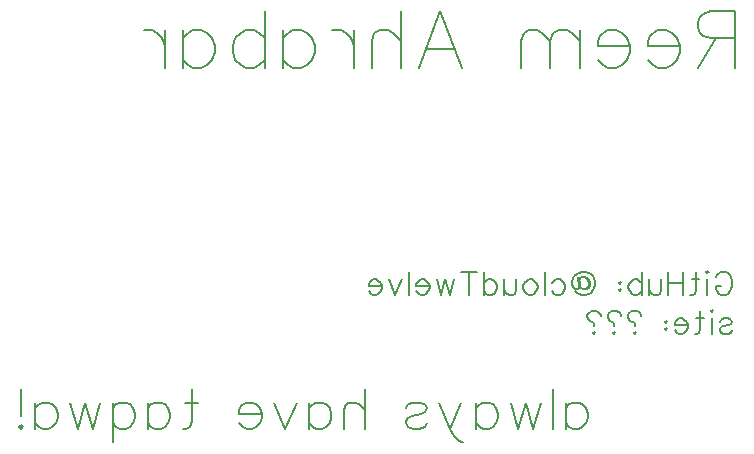
<source format=gbo>
G04 Layer: BottomSilkscreenLayer*
G04 EasyEDA v6.5.50, 2025-06-19 10:13:18*
G04 a84239dc67104c4f9253a13bb71c2901,cfac02f6325b4f3d8a51e7031594ce25,10*
G04 Gerber Generator version 0.2*
G04 Scale: 100 percent, Rotated: No, Reflected: No *
G04 Dimensions in millimeters *
G04 leading zeros omitted , absolute positions ,4 integer and 5 decimal *
%FSLAX45Y45*%
%MOMM*%

%ADD10C,0.2032*%
%ADD11C,0.0169*%

%LPD*%
D10*
X8674100Y4225645D02*
G01*
X8674100Y3748371D01*
X8674100Y4225645D02*
G01*
X8469553Y4225645D01*
X8401372Y4202917D01*
X8378647Y4180189D01*
X8355919Y4134736D01*
X8355919Y4089280D01*
X8378647Y4043827D01*
X8401372Y4021099D01*
X8469553Y3998371D01*
X8674100Y3998371D01*
X8515009Y3998371D02*
G01*
X8355919Y3748371D01*
X8205919Y3930190D02*
G01*
X7933192Y3930190D01*
X7933192Y3975646D01*
X7955920Y4021099D01*
X7978647Y4043827D01*
X8024101Y4066552D01*
X8092282Y4066552D01*
X8137738Y4043827D01*
X8183191Y3998371D01*
X8205919Y3930190D01*
X8205919Y3884736D01*
X8183191Y3816553D01*
X8137738Y3771099D01*
X8092282Y3748371D01*
X8024101Y3748371D01*
X7978647Y3771099D01*
X7933192Y3816553D01*
X7783192Y3930190D02*
G01*
X7510465Y3930190D01*
X7510465Y3975646D01*
X7533192Y4021099D01*
X7555920Y4043827D01*
X7601374Y4066552D01*
X7669555Y4066552D01*
X7715011Y4043827D01*
X7760464Y3998371D01*
X7783192Y3930190D01*
X7783192Y3884736D01*
X7760464Y3816553D01*
X7715011Y3771099D01*
X7669555Y3748371D01*
X7601374Y3748371D01*
X7555920Y3771099D01*
X7510465Y3816553D01*
X7360465Y4066552D02*
G01*
X7360465Y3748371D01*
X7360465Y3975646D02*
G01*
X7292284Y4043827D01*
X7246830Y4066552D01*
X7178649Y4066552D01*
X7133193Y4043827D01*
X7110465Y3975646D01*
X7110465Y3748371D01*
X7110465Y3975646D02*
G01*
X7042284Y4043827D01*
X6996831Y4066552D01*
X6928650Y4066552D01*
X6883194Y4043827D01*
X6860466Y3975646D01*
X6860466Y3748371D01*
X6178651Y4225645D02*
G01*
X6360467Y3748371D01*
X6178651Y4225645D02*
G01*
X5996833Y3748371D01*
X6292286Y3907462D02*
G01*
X6065014Y3907462D01*
X5846833Y4225645D02*
G01*
X5846833Y3748371D01*
X5846833Y3975646D02*
G01*
X5778652Y4043827D01*
X5733196Y4066552D01*
X5665015Y4066552D01*
X5619559Y4043827D01*
X5596834Y3975646D01*
X5596834Y3748371D01*
X5446834Y4066552D02*
G01*
X5446834Y3748371D01*
X5446834Y3930190D02*
G01*
X5424106Y3998371D01*
X5378653Y4043827D01*
X5333197Y4066552D01*
X5265016Y4066552D01*
X4842289Y4066552D02*
G01*
X4842289Y3748371D01*
X4842289Y3998371D02*
G01*
X4887744Y4043827D01*
X4933198Y4066552D01*
X5001379Y4066552D01*
X5046835Y4043827D01*
X5092288Y3998371D01*
X5115016Y3930190D01*
X5115016Y3884736D01*
X5092288Y3816553D01*
X5046835Y3771099D01*
X5001379Y3748371D01*
X4933198Y3748371D01*
X4887744Y3771099D01*
X4842289Y3816553D01*
X4692289Y4225645D02*
G01*
X4692289Y3748371D01*
X4692289Y3998371D02*
G01*
X4646836Y4043827D01*
X4601380Y4066552D01*
X4533198Y4066552D01*
X4487745Y4043827D01*
X4442289Y3998371D01*
X4419561Y3930190D01*
X4419561Y3884736D01*
X4442289Y3816553D01*
X4487745Y3771099D01*
X4533198Y3748371D01*
X4601380Y3748371D01*
X4646836Y3771099D01*
X4692289Y3816553D01*
X3996837Y4066552D02*
G01*
X3996837Y3748371D01*
X3996837Y3998371D02*
G01*
X4042290Y4043827D01*
X4087746Y4066552D01*
X4155927Y4066552D01*
X4201380Y4043827D01*
X4246836Y3998371D01*
X4269562Y3930190D01*
X4269562Y3884736D01*
X4246836Y3816553D01*
X4201380Y3771099D01*
X4155927Y3748371D01*
X4087746Y3748371D01*
X4042290Y3771099D01*
X3996837Y3816553D01*
X3846837Y4066552D02*
G01*
X3846837Y3748371D01*
X3846837Y3930190D02*
G01*
X3824109Y3998371D01*
X3778656Y4043827D01*
X3733200Y4066552D01*
X3665019Y4066552D01*
X8510155Y1974964D02*
G01*
X8519391Y1993437D01*
X8537864Y2011911D01*
X8556335Y2021146D01*
X8593282Y2021146D01*
X8611755Y2011911D01*
X8630226Y1993437D01*
X8639464Y1974964D01*
X8648700Y1947255D01*
X8648700Y1901075D01*
X8639464Y1873364D01*
X8630226Y1854893D01*
X8611755Y1836420D01*
X8593282Y1827184D01*
X8556335Y1827184D01*
X8537864Y1836420D01*
X8519391Y1854893D01*
X8510155Y1873364D01*
X8510155Y1901075D01*
X8556335Y1901075D02*
G01*
X8510155Y1901075D01*
X8449195Y2021146D02*
G01*
X8439957Y2011911D01*
X8430722Y2021146D01*
X8439957Y2030384D01*
X8449195Y2021146D01*
X8439957Y1956493D02*
G01*
X8439957Y1827184D01*
X8342053Y2021146D02*
G01*
X8342053Y1864128D01*
X8332815Y1836420D01*
X8314344Y1827184D01*
X8295871Y1827184D01*
X8369762Y1956493D02*
G01*
X8305106Y1956493D01*
X8234911Y2021146D02*
G01*
X8234911Y1827184D01*
X8105602Y2021146D02*
G01*
X8105602Y1827184D01*
X8234911Y1928784D02*
G01*
X8105602Y1928784D01*
X8044642Y1956493D02*
G01*
X8044642Y1864128D01*
X8035404Y1836420D01*
X8016933Y1827184D01*
X7989224Y1827184D01*
X7970751Y1836420D01*
X7943042Y1864128D01*
X7943042Y1956493D02*
G01*
X7943042Y1827184D01*
X7882082Y2021146D02*
G01*
X7882082Y1827184D01*
X7882082Y1928784D02*
G01*
X7863608Y1947255D01*
X7845135Y1956493D01*
X7817426Y1956493D01*
X7798955Y1947255D01*
X7780482Y1928784D01*
X7771244Y1901075D01*
X7771244Y1882602D01*
X7780482Y1854893D01*
X7798955Y1836420D01*
X7817426Y1827184D01*
X7845135Y1827184D01*
X7863608Y1836420D01*
X7882082Y1854893D01*
X7701048Y1938020D02*
G01*
X7710284Y1928784D01*
X7701048Y1919546D01*
X7691813Y1928784D01*
X7701048Y1938020D01*
X7701048Y1873364D02*
G01*
X7710284Y1864128D01*
X7701048Y1854893D01*
X7691813Y1864128D01*
X7701048Y1873364D01*
X7350066Y1947255D02*
G01*
X7359304Y1965728D01*
X7377775Y1974964D01*
X7405484Y1974964D01*
X7423957Y1965728D01*
X7433195Y1956493D01*
X7442431Y1928784D01*
X7442431Y1901075D01*
X7433195Y1882602D01*
X7414722Y1873364D01*
X7387013Y1873364D01*
X7368540Y1882602D01*
X7359304Y1901075D01*
X7405484Y1974964D02*
G01*
X7423957Y1956493D01*
X7433195Y1928784D01*
X7433195Y1901075D01*
X7423957Y1882602D01*
X7414722Y1873364D01*
X7350066Y1974964D02*
G01*
X7359304Y1901075D01*
X7359304Y1882602D01*
X7340831Y1873364D01*
X7322357Y1873364D01*
X7303884Y1891837D01*
X7294648Y1919546D01*
X7294648Y1938020D01*
X7303884Y1965728D01*
X7313122Y1984202D01*
X7331595Y2002675D01*
X7350066Y2011911D01*
X7377775Y2021146D01*
X7405484Y2021146D01*
X7433195Y2011911D01*
X7451666Y2002675D01*
X7470140Y1984202D01*
X7479375Y1965728D01*
X7488613Y1938020D01*
X7488613Y1910311D01*
X7479375Y1882602D01*
X7470140Y1864128D01*
X7451666Y1845655D01*
X7433195Y1836420D01*
X7405484Y1827184D01*
X7377775Y1827184D01*
X7350066Y1836420D01*
X7331595Y1845655D01*
X7322357Y1854893D01*
X7340831Y1974964D02*
G01*
X7350066Y1901075D01*
X7350066Y1882602D01*
X7340831Y1873364D01*
X7122853Y1928784D02*
G01*
X7141324Y1947255D01*
X7159797Y1956493D01*
X7187506Y1956493D01*
X7205979Y1947255D01*
X7224453Y1928784D01*
X7233688Y1901075D01*
X7233688Y1882602D01*
X7224453Y1854893D01*
X7205979Y1836420D01*
X7187506Y1827184D01*
X7159797Y1827184D01*
X7141324Y1836420D01*
X7122853Y1854893D01*
X7061893Y2021146D02*
G01*
X7061893Y1827184D01*
X6954751Y1956493D02*
G01*
X6973224Y1947255D01*
X6991695Y1928784D01*
X7000933Y1901075D01*
X7000933Y1882602D01*
X6991695Y1854893D01*
X6973224Y1836420D01*
X6954751Y1827184D01*
X6927042Y1827184D01*
X6908568Y1836420D01*
X6890095Y1854893D01*
X6880859Y1882602D01*
X6880859Y1901075D01*
X6890095Y1928784D01*
X6908568Y1947255D01*
X6927042Y1956493D01*
X6954751Y1956493D01*
X6819900Y1956493D02*
G01*
X6819900Y1864128D01*
X6810664Y1836420D01*
X6792191Y1827184D01*
X6764482Y1827184D01*
X6746008Y1836420D01*
X6718300Y1864128D01*
X6718300Y1956493D02*
G01*
X6718300Y1827184D01*
X6546504Y2021146D02*
G01*
X6546504Y1827184D01*
X6546504Y1928784D02*
G01*
X6564975Y1947255D01*
X6583448Y1956493D01*
X6611157Y1956493D01*
X6629631Y1947255D01*
X6648104Y1928784D01*
X6657340Y1901075D01*
X6657340Y1882602D01*
X6648104Y1854893D01*
X6629631Y1836420D01*
X6611157Y1827184D01*
X6583448Y1827184D01*
X6564975Y1836420D01*
X6546504Y1854893D01*
X6420888Y2021146D02*
G01*
X6420888Y1827184D01*
X6485544Y2021146D02*
G01*
X6356235Y2021146D01*
X6295275Y1956493D02*
G01*
X6258328Y1827184D01*
X6221384Y1956493D02*
G01*
X6258328Y1827184D01*
X6221384Y1956493D02*
G01*
X6184437Y1827184D01*
X6147493Y1956493D02*
G01*
X6184437Y1827184D01*
X6086533Y1901075D02*
G01*
X5975695Y1901075D01*
X5975695Y1919546D01*
X5984933Y1938020D01*
X5994168Y1947255D01*
X6012642Y1956493D01*
X6040351Y1956493D01*
X6058824Y1947255D01*
X6077295Y1928784D01*
X6086533Y1901075D01*
X6086533Y1882602D01*
X6077295Y1854893D01*
X6058824Y1836420D01*
X6040351Y1827184D01*
X6012642Y1827184D01*
X5994168Y1836420D01*
X5975695Y1854893D01*
X5914735Y2021146D02*
G01*
X5914735Y1827184D01*
X5853775Y1956493D02*
G01*
X5798357Y1827184D01*
X5742940Y1956493D02*
G01*
X5798357Y1827184D01*
X5681979Y1901075D02*
G01*
X5571144Y1901075D01*
X5571144Y1919546D01*
X5580379Y1938020D01*
X5589615Y1947255D01*
X5608088Y1956493D01*
X5635797Y1956493D01*
X5654271Y1947255D01*
X5672744Y1928784D01*
X5681979Y1901075D01*
X5681979Y1882602D01*
X5672744Y1854893D01*
X5654271Y1836420D01*
X5635797Y1827184D01*
X5608088Y1827184D01*
X5589615Y1836420D01*
X5571144Y1854893D01*
X7238591Y914918D02*
G01*
X7238591Y692190D01*
X7238591Y867191D02*
G01*
X7270409Y899007D01*
X7302228Y914918D01*
X7349954Y914918D01*
X7381773Y899007D01*
X7413591Y867191D01*
X7429500Y819462D01*
X7429500Y787646D01*
X7413591Y739917D01*
X7381773Y708098D01*
X7349954Y692190D01*
X7302228Y692190D01*
X7270409Y708098D01*
X7238591Y739917D01*
X7133592Y1026281D02*
G01*
X7133592Y692190D01*
X7028591Y914918D02*
G01*
X6964954Y692190D01*
X6901319Y914918D02*
G01*
X6964954Y692190D01*
X6901319Y914918D02*
G01*
X6837682Y692190D01*
X6774047Y914918D02*
G01*
X6837682Y692190D01*
X6478137Y914918D02*
G01*
X6478137Y692190D01*
X6478137Y867191D02*
G01*
X6509956Y899007D01*
X6541775Y914918D01*
X6589501Y914918D01*
X6621320Y899007D01*
X6653138Y867191D01*
X6669046Y819462D01*
X6669046Y787646D01*
X6653138Y739917D01*
X6621320Y708098D01*
X6589501Y692190D01*
X6541775Y692190D01*
X6509956Y708098D01*
X6478137Y739917D01*
X6357228Y914918D02*
G01*
X6261775Y692190D01*
X6166319Y914918D02*
G01*
X6261775Y692190D01*
X6293594Y628553D01*
X6325410Y596737D01*
X6357228Y580826D01*
X6373139Y580826D01*
X5886320Y867191D02*
G01*
X5902231Y899007D01*
X5949957Y914918D01*
X5997684Y914918D01*
X6045410Y899007D01*
X6061321Y867191D01*
X6045410Y835372D01*
X6013594Y819462D01*
X5934049Y803554D01*
X5902231Y787646D01*
X5886320Y755827D01*
X5886320Y739917D01*
X5902231Y708098D01*
X5949957Y692190D01*
X5997684Y692190D01*
X6045410Y708098D01*
X6061321Y739917D01*
X5536321Y1026281D02*
G01*
X5536321Y692190D01*
X5536321Y851280D02*
G01*
X5488594Y899007D01*
X5456775Y914918D01*
X5409049Y914918D01*
X5377230Y899007D01*
X5361322Y851280D01*
X5361322Y692190D01*
X5065412Y914918D02*
G01*
X5065412Y692190D01*
X5065412Y867191D02*
G01*
X5097231Y899007D01*
X5129049Y914918D01*
X5176776Y914918D01*
X5208595Y899007D01*
X5240413Y867191D01*
X5256321Y819462D01*
X5256321Y787646D01*
X5240413Y739917D01*
X5208595Y708098D01*
X5176776Y692190D01*
X5129049Y692190D01*
X5097231Y708098D01*
X5065412Y739917D01*
X4960414Y914918D02*
G01*
X4864958Y692190D01*
X4769505Y914918D02*
G01*
X4864958Y692190D01*
X4664504Y819462D02*
G01*
X4473597Y819462D01*
X4473597Y851280D01*
X4489505Y883099D01*
X4505413Y899007D01*
X4537232Y914918D01*
X4584959Y914918D01*
X4616777Y899007D01*
X4648596Y867191D01*
X4664504Y819462D01*
X4664504Y787646D01*
X4648596Y739917D01*
X4616777Y708098D01*
X4584959Y692190D01*
X4537232Y692190D01*
X4505413Y708098D01*
X4473597Y739917D01*
X4075869Y1026281D02*
G01*
X4075869Y755827D01*
X4059961Y708098D01*
X4028142Y692190D01*
X3996324Y692190D01*
X4123598Y914918D02*
G01*
X4012234Y914918D01*
X3700416Y914918D02*
G01*
X3700416Y692190D01*
X3700416Y867191D02*
G01*
X3732235Y899007D01*
X3764053Y914918D01*
X3811780Y914918D01*
X3843599Y899007D01*
X3875415Y867191D01*
X3891325Y819462D01*
X3891325Y787646D01*
X3875415Y739917D01*
X3843599Y708098D01*
X3811780Y692190D01*
X3764053Y692190D01*
X3732235Y708098D01*
X3700416Y739917D01*
X3404506Y914918D02*
G01*
X3404506Y580826D01*
X3404506Y867191D02*
G01*
X3436325Y899007D01*
X3468143Y914918D01*
X3515870Y914918D01*
X3547689Y899007D01*
X3579507Y867191D01*
X3595415Y819462D01*
X3595415Y787646D01*
X3579507Y739917D01*
X3547689Y708098D01*
X3515870Y692190D01*
X3468143Y692190D01*
X3436325Y708098D01*
X3404506Y739917D01*
X3299508Y914918D02*
G01*
X3235871Y692190D01*
X3172236Y914918D02*
G01*
X3235871Y692190D01*
X3172236Y914918D02*
G01*
X3108599Y692190D01*
X3044962Y914918D02*
G01*
X3108599Y692190D01*
X2749054Y914918D02*
G01*
X2749054Y692190D01*
X2749054Y867191D02*
G01*
X2780873Y899007D01*
X2812691Y914918D01*
X2860418Y914918D01*
X2892237Y899007D01*
X2924055Y867191D01*
X2939963Y819462D01*
X2939963Y787646D01*
X2924055Y739917D01*
X2892237Y708098D01*
X2860418Y692190D01*
X2812691Y692190D01*
X2780873Y708098D01*
X2749054Y739917D01*
X2628145Y1026281D02*
G01*
X2628145Y803554D01*
X2628145Y724009D02*
G01*
X2644056Y708098D01*
X2628145Y692190D01*
X2612237Y708098D01*
X2628145Y724009D01*
X8547100Y1598584D02*
G01*
X8556335Y1617055D01*
X8584044Y1626293D01*
X8611755Y1626293D01*
X8639464Y1617055D01*
X8648700Y1598584D01*
X8639464Y1580111D01*
X8620991Y1570875D01*
X8574808Y1561637D01*
X8556335Y1552402D01*
X8547100Y1533928D01*
X8547100Y1524693D01*
X8556335Y1506220D01*
X8584044Y1496984D01*
X8611755Y1496984D01*
X8639464Y1506220D01*
X8648700Y1524693D01*
X8486140Y1690946D02*
G01*
X8476904Y1681711D01*
X8467666Y1690946D01*
X8476904Y1700184D01*
X8486140Y1690946D01*
X8476904Y1626293D02*
G01*
X8476904Y1496984D01*
X8378997Y1690946D02*
G01*
X8378997Y1533928D01*
X8369762Y1506220D01*
X8351288Y1496984D01*
X8332815Y1496984D01*
X8406706Y1626293D02*
G01*
X8342053Y1626293D01*
X8271855Y1570875D02*
G01*
X8161020Y1570875D01*
X8161020Y1589346D01*
X8170255Y1607820D01*
X8179493Y1617055D01*
X8197964Y1626293D01*
X8225675Y1626293D01*
X8244146Y1617055D01*
X8262620Y1598584D01*
X8271855Y1570875D01*
X8271855Y1552402D01*
X8262620Y1524693D01*
X8244146Y1506220D01*
X8225675Y1496984D01*
X8197964Y1496984D01*
X8179493Y1506220D01*
X8161020Y1524693D01*
X8090824Y1607820D02*
G01*
X8100059Y1598584D01*
X8090824Y1589346D01*
X8081586Y1598584D01*
X8090824Y1607820D01*
X8090824Y1543164D02*
G01*
X8100059Y1533928D01*
X8090824Y1524693D01*
X8081586Y1533928D01*
X8090824Y1543164D01*
X7878386Y1644764D02*
G01*
X7878386Y1654002D01*
X7869151Y1672475D01*
X7859915Y1681711D01*
X7841442Y1690946D01*
X7804495Y1690946D01*
X7786024Y1681711D01*
X7776786Y1672475D01*
X7767551Y1654002D01*
X7767551Y1635528D01*
X7776786Y1617055D01*
X7786024Y1607820D01*
X7822968Y1589346D01*
X7822968Y1561637D01*
X7822968Y1515455D02*
G01*
X7832204Y1506220D01*
X7822968Y1496984D01*
X7813733Y1506220D01*
X7822968Y1515455D01*
X7706591Y1644764D02*
G01*
X7706591Y1654002D01*
X7697355Y1672475D01*
X7688117Y1681711D01*
X7669644Y1690946D01*
X7632700Y1690946D01*
X7614226Y1681711D01*
X7604991Y1672475D01*
X7595755Y1654002D01*
X7595755Y1635528D01*
X7604991Y1617055D01*
X7614226Y1607820D01*
X7651173Y1589346D01*
X7651173Y1561637D01*
X7651173Y1515455D02*
G01*
X7660408Y1506220D01*
X7651173Y1496984D01*
X7641935Y1506220D01*
X7651173Y1515455D01*
X7534795Y1644764D02*
G01*
X7534795Y1654002D01*
X7525557Y1672475D01*
X7516322Y1681711D01*
X7497848Y1690946D01*
X7460904Y1690946D01*
X7442431Y1681711D01*
X7433195Y1672475D01*
X7423957Y1654002D01*
X7423957Y1635528D01*
X7433195Y1617055D01*
X7442431Y1607820D01*
X7479375Y1589346D01*
X7479375Y1561637D01*
X7479375Y1515455D02*
G01*
X7488613Y1506220D01*
X7479375Y1496984D01*
X7470140Y1506220D01*
X7479375Y1515455D01*
M02*

</source>
